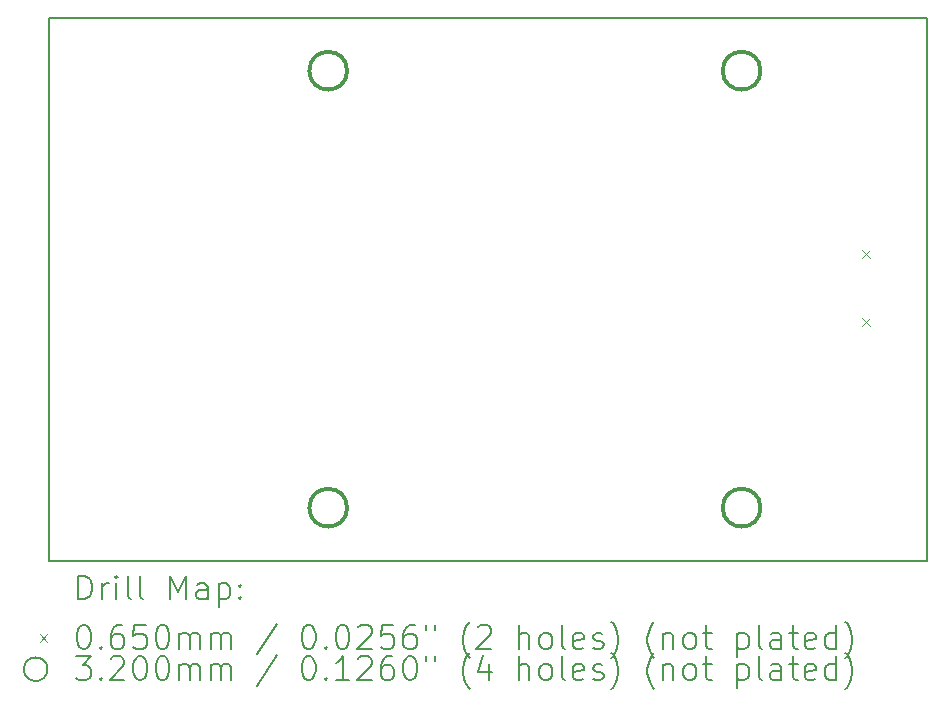
<source format=gbr>
%TF.GenerationSoftware,KiCad,Pcbnew,7.0.11+1*%
%TF.ProjectId,radwag_scale,72616477-6167-45f7-9363-616c652e6b69,rev?*%
%TF.SameCoordinates,Original*%
%TF.FileFunction,Drillmap*%
%TF.FilePolarity,Positive*%
%FSLAX45Y45*%
G04 Gerber Fmt 4.5, Leading zero omitted, Abs format (unit mm)*
%MOMM*%
%LPD*%
G01*
G04 APERTURE LIST*
%ADD10C,0.200000*%
%ADD11C,0.100000*%
%ADD12C,0.320000*%
G04 APERTURE END LIST*
D10*
X6633000Y-3556000D02*
X14071600Y-3556000D01*
X14071600Y-8153400D01*
X6633000Y-8153400D01*
X6633000Y-3556000D01*
D11*
X13523500Y-5518500D02*
X13588500Y-5583500D01*
X13588500Y-5518500D02*
X13523500Y-5583500D01*
X13523500Y-6096500D02*
X13588500Y-6161500D01*
X13588500Y-6096500D02*
X13523500Y-6161500D01*
D12*
X9160000Y-4000000D02*
G75*
G03*
X8840000Y-4000000I-160000J0D01*
G01*
X8840000Y-4000000D02*
G75*
G03*
X9160000Y-4000000I160000J0D01*
G01*
X9160000Y-7700000D02*
G75*
G03*
X8840000Y-7700000I-160000J0D01*
G01*
X8840000Y-7700000D02*
G75*
G03*
X9160000Y-7700000I160000J0D01*
G01*
X12660000Y-4000000D02*
G75*
G03*
X12340000Y-4000000I-160000J0D01*
G01*
X12340000Y-4000000D02*
G75*
G03*
X12660000Y-4000000I160000J0D01*
G01*
X12660000Y-7700000D02*
G75*
G03*
X12340000Y-7700000I-160000J0D01*
G01*
X12340000Y-7700000D02*
G75*
G03*
X12660000Y-7700000I160000J0D01*
G01*
D10*
X6883777Y-8474884D02*
X6883777Y-8274884D01*
X6883777Y-8274884D02*
X6931396Y-8274884D01*
X6931396Y-8274884D02*
X6959967Y-8284408D01*
X6959967Y-8284408D02*
X6979015Y-8303455D01*
X6979015Y-8303455D02*
X6988539Y-8322503D01*
X6988539Y-8322503D02*
X6998062Y-8360598D01*
X6998062Y-8360598D02*
X6998062Y-8389170D01*
X6998062Y-8389170D02*
X6988539Y-8427265D01*
X6988539Y-8427265D02*
X6979015Y-8446312D01*
X6979015Y-8446312D02*
X6959967Y-8465360D01*
X6959967Y-8465360D02*
X6931396Y-8474884D01*
X6931396Y-8474884D02*
X6883777Y-8474884D01*
X7083777Y-8474884D02*
X7083777Y-8341550D01*
X7083777Y-8379646D02*
X7093301Y-8360598D01*
X7093301Y-8360598D02*
X7102824Y-8351074D01*
X7102824Y-8351074D02*
X7121872Y-8341550D01*
X7121872Y-8341550D02*
X7140920Y-8341550D01*
X7207586Y-8474884D02*
X7207586Y-8341550D01*
X7207586Y-8274884D02*
X7198062Y-8284408D01*
X7198062Y-8284408D02*
X7207586Y-8293931D01*
X7207586Y-8293931D02*
X7217110Y-8284408D01*
X7217110Y-8284408D02*
X7207586Y-8274884D01*
X7207586Y-8274884D02*
X7207586Y-8293931D01*
X7331396Y-8474884D02*
X7312348Y-8465360D01*
X7312348Y-8465360D02*
X7302824Y-8446312D01*
X7302824Y-8446312D02*
X7302824Y-8274884D01*
X7436158Y-8474884D02*
X7417110Y-8465360D01*
X7417110Y-8465360D02*
X7407586Y-8446312D01*
X7407586Y-8446312D02*
X7407586Y-8274884D01*
X7664729Y-8474884D02*
X7664729Y-8274884D01*
X7664729Y-8274884D02*
X7731396Y-8417741D01*
X7731396Y-8417741D02*
X7798062Y-8274884D01*
X7798062Y-8274884D02*
X7798062Y-8474884D01*
X7979015Y-8474884D02*
X7979015Y-8370122D01*
X7979015Y-8370122D02*
X7969491Y-8351074D01*
X7969491Y-8351074D02*
X7950443Y-8341550D01*
X7950443Y-8341550D02*
X7912348Y-8341550D01*
X7912348Y-8341550D02*
X7893301Y-8351074D01*
X7979015Y-8465360D02*
X7959967Y-8474884D01*
X7959967Y-8474884D02*
X7912348Y-8474884D01*
X7912348Y-8474884D02*
X7893301Y-8465360D01*
X7893301Y-8465360D02*
X7883777Y-8446312D01*
X7883777Y-8446312D02*
X7883777Y-8427265D01*
X7883777Y-8427265D02*
X7893301Y-8408217D01*
X7893301Y-8408217D02*
X7912348Y-8398693D01*
X7912348Y-8398693D02*
X7959967Y-8398693D01*
X7959967Y-8398693D02*
X7979015Y-8389170D01*
X8074253Y-8341550D02*
X8074253Y-8541550D01*
X8074253Y-8351074D02*
X8093301Y-8341550D01*
X8093301Y-8341550D02*
X8131396Y-8341550D01*
X8131396Y-8341550D02*
X8150443Y-8351074D01*
X8150443Y-8351074D02*
X8159967Y-8360598D01*
X8159967Y-8360598D02*
X8169491Y-8379646D01*
X8169491Y-8379646D02*
X8169491Y-8436789D01*
X8169491Y-8436789D02*
X8159967Y-8455836D01*
X8159967Y-8455836D02*
X8150443Y-8465360D01*
X8150443Y-8465360D02*
X8131396Y-8474884D01*
X8131396Y-8474884D02*
X8093301Y-8474884D01*
X8093301Y-8474884D02*
X8074253Y-8465360D01*
X8255205Y-8455836D02*
X8264729Y-8465360D01*
X8264729Y-8465360D02*
X8255205Y-8474884D01*
X8255205Y-8474884D02*
X8245682Y-8465360D01*
X8245682Y-8465360D02*
X8255205Y-8455836D01*
X8255205Y-8455836D02*
X8255205Y-8474884D01*
X8255205Y-8351074D02*
X8264729Y-8360598D01*
X8264729Y-8360598D02*
X8255205Y-8370122D01*
X8255205Y-8370122D02*
X8245682Y-8360598D01*
X8245682Y-8360598D02*
X8255205Y-8351074D01*
X8255205Y-8351074D02*
X8255205Y-8370122D01*
D11*
X6558000Y-8770900D02*
X6623000Y-8835900D01*
X6623000Y-8770900D02*
X6558000Y-8835900D01*
D10*
X6921872Y-8694884D02*
X6940920Y-8694884D01*
X6940920Y-8694884D02*
X6959967Y-8704408D01*
X6959967Y-8704408D02*
X6969491Y-8713931D01*
X6969491Y-8713931D02*
X6979015Y-8732979D01*
X6979015Y-8732979D02*
X6988539Y-8771074D01*
X6988539Y-8771074D02*
X6988539Y-8818693D01*
X6988539Y-8818693D02*
X6979015Y-8856789D01*
X6979015Y-8856789D02*
X6969491Y-8875836D01*
X6969491Y-8875836D02*
X6959967Y-8885360D01*
X6959967Y-8885360D02*
X6940920Y-8894884D01*
X6940920Y-8894884D02*
X6921872Y-8894884D01*
X6921872Y-8894884D02*
X6902824Y-8885360D01*
X6902824Y-8885360D02*
X6893301Y-8875836D01*
X6893301Y-8875836D02*
X6883777Y-8856789D01*
X6883777Y-8856789D02*
X6874253Y-8818693D01*
X6874253Y-8818693D02*
X6874253Y-8771074D01*
X6874253Y-8771074D02*
X6883777Y-8732979D01*
X6883777Y-8732979D02*
X6893301Y-8713931D01*
X6893301Y-8713931D02*
X6902824Y-8704408D01*
X6902824Y-8704408D02*
X6921872Y-8694884D01*
X7074253Y-8875836D02*
X7083777Y-8885360D01*
X7083777Y-8885360D02*
X7074253Y-8894884D01*
X7074253Y-8894884D02*
X7064729Y-8885360D01*
X7064729Y-8885360D02*
X7074253Y-8875836D01*
X7074253Y-8875836D02*
X7074253Y-8894884D01*
X7255205Y-8694884D02*
X7217110Y-8694884D01*
X7217110Y-8694884D02*
X7198062Y-8704408D01*
X7198062Y-8704408D02*
X7188539Y-8713931D01*
X7188539Y-8713931D02*
X7169491Y-8742503D01*
X7169491Y-8742503D02*
X7159967Y-8780598D01*
X7159967Y-8780598D02*
X7159967Y-8856789D01*
X7159967Y-8856789D02*
X7169491Y-8875836D01*
X7169491Y-8875836D02*
X7179015Y-8885360D01*
X7179015Y-8885360D02*
X7198062Y-8894884D01*
X7198062Y-8894884D02*
X7236158Y-8894884D01*
X7236158Y-8894884D02*
X7255205Y-8885360D01*
X7255205Y-8885360D02*
X7264729Y-8875836D01*
X7264729Y-8875836D02*
X7274253Y-8856789D01*
X7274253Y-8856789D02*
X7274253Y-8809170D01*
X7274253Y-8809170D02*
X7264729Y-8790122D01*
X7264729Y-8790122D02*
X7255205Y-8780598D01*
X7255205Y-8780598D02*
X7236158Y-8771074D01*
X7236158Y-8771074D02*
X7198062Y-8771074D01*
X7198062Y-8771074D02*
X7179015Y-8780598D01*
X7179015Y-8780598D02*
X7169491Y-8790122D01*
X7169491Y-8790122D02*
X7159967Y-8809170D01*
X7455205Y-8694884D02*
X7359967Y-8694884D01*
X7359967Y-8694884D02*
X7350443Y-8790122D01*
X7350443Y-8790122D02*
X7359967Y-8780598D01*
X7359967Y-8780598D02*
X7379015Y-8771074D01*
X7379015Y-8771074D02*
X7426634Y-8771074D01*
X7426634Y-8771074D02*
X7445682Y-8780598D01*
X7445682Y-8780598D02*
X7455205Y-8790122D01*
X7455205Y-8790122D02*
X7464729Y-8809170D01*
X7464729Y-8809170D02*
X7464729Y-8856789D01*
X7464729Y-8856789D02*
X7455205Y-8875836D01*
X7455205Y-8875836D02*
X7445682Y-8885360D01*
X7445682Y-8885360D02*
X7426634Y-8894884D01*
X7426634Y-8894884D02*
X7379015Y-8894884D01*
X7379015Y-8894884D02*
X7359967Y-8885360D01*
X7359967Y-8885360D02*
X7350443Y-8875836D01*
X7588539Y-8694884D02*
X7607586Y-8694884D01*
X7607586Y-8694884D02*
X7626634Y-8704408D01*
X7626634Y-8704408D02*
X7636158Y-8713931D01*
X7636158Y-8713931D02*
X7645682Y-8732979D01*
X7645682Y-8732979D02*
X7655205Y-8771074D01*
X7655205Y-8771074D02*
X7655205Y-8818693D01*
X7655205Y-8818693D02*
X7645682Y-8856789D01*
X7645682Y-8856789D02*
X7636158Y-8875836D01*
X7636158Y-8875836D02*
X7626634Y-8885360D01*
X7626634Y-8885360D02*
X7607586Y-8894884D01*
X7607586Y-8894884D02*
X7588539Y-8894884D01*
X7588539Y-8894884D02*
X7569491Y-8885360D01*
X7569491Y-8885360D02*
X7559967Y-8875836D01*
X7559967Y-8875836D02*
X7550443Y-8856789D01*
X7550443Y-8856789D02*
X7540920Y-8818693D01*
X7540920Y-8818693D02*
X7540920Y-8771074D01*
X7540920Y-8771074D02*
X7550443Y-8732979D01*
X7550443Y-8732979D02*
X7559967Y-8713931D01*
X7559967Y-8713931D02*
X7569491Y-8704408D01*
X7569491Y-8704408D02*
X7588539Y-8694884D01*
X7740920Y-8894884D02*
X7740920Y-8761550D01*
X7740920Y-8780598D02*
X7750443Y-8771074D01*
X7750443Y-8771074D02*
X7769491Y-8761550D01*
X7769491Y-8761550D02*
X7798063Y-8761550D01*
X7798063Y-8761550D02*
X7817110Y-8771074D01*
X7817110Y-8771074D02*
X7826634Y-8790122D01*
X7826634Y-8790122D02*
X7826634Y-8894884D01*
X7826634Y-8790122D02*
X7836158Y-8771074D01*
X7836158Y-8771074D02*
X7855205Y-8761550D01*
X7855205Y-8761550D02*
X7883777Y-8761550D01*
X7883777Y-8761550D02*
X7902824Y-8771074D01*
X7902824Y-8771074D02*
X7912348Y-8790122D01*
X7912348Y-8790122D02*
X7912348Y-8894884D01*
X8007586Y-8894884D02*
X8007586Y-8761550D01*
X8007586Y-8780598D02*
X8017110Y-8771074D01*
X8017110Y-8771074D02*
X8036158Y-8761550D01*
X8036158Y-8761550D02*
X8064729Y-8761550D01*
X8064729Y-8761550D02*
X8083777Y-8771074D01*
X8083777Y-8771074D02*
X8093301Y-8790122D01*
X8093301Y-8790122D02*
X8093301Y-8894884D01*
X8093301Y-8790122D02*
X8102824Y-8771074D01*
X8102824Y-8771074D02*
X8121872Y-8761550D01*
X8121872Y-8761550D02*
X8150443Y-8761550D01*
X8150443Y-8761550D02*
X8169491Y-8771074D01*
X8169491Y-8771074D02*
X8179015Y-8790122D01*
X8179015Y-8790122D02*
X8179015Y-8894884D01*
X8569491Y-8685360D02*
X8398063Y-8942503D01*
X8826634Y-8694884D02*
X8845682Y-8694884D01*
X8845682Y-8694884D02*
X8864729Y-8704408D01*
X8864729Y-8704408D02*
X8874253Y-8713931D01*
X8874253Y-8713931D02*
X8883777Y-8732979D01*
X8883777Y-8732979D02*
X8893301Y-8771074D01*
X8893301Y-8771074D02*
X8893301Y-8818693D01*
X8893301Y-8818693D02*
X8883777Y-8856789D01*
X8883777Y-8856789D02*
X8874253Y-8875836D01*
X8874253Y-8875836D02*
X8864729Y-8885360D01*
X8864729Y-8885360D02*
X8845682Y-8894884D01*
X8845682Y-8894884D02*
X8826634Y-8894884D01*
X8826634Y-8894884D02*
X8807587Y-8885360D01*
X8807587Y-8885360D02*
X8798063Y-8875836D01*
X8798063Y-8875836D02*
X8788539Y-8856789D01*
X8788539Y-8856789D02*
X8779015Y-8818693D01*
X8779015Y-8818693D02*
X8779015Y-8771074D01*
X8779015Y-8771074D02*
X8788539Y-8732979D01*
X8788539Y-8732979D02*
X8798063Y-8713931D01*
X8798063Y-8713931D02*
X8807587Y-8704408D01*
X8807587Y-8704408D02*
X8826634Y-8694884D01*
X8979015Y-8875836D02*
X8988539Y-8885360D01*
X8988539Y-8885360D02*
X8979015Y-8894884D01*
X8979015Y-8894884D02*
X8969491Y-8885360D01*
X8969491Y-8885360D02*
X8979015Y-8875836D01*
X8979015Y-8875836D02*
X8979015Y-8894884D01*
X9112348Y-8694884D02*
X9131396Y-8694884D01*
X9131396Y-8694884D02*
X9150444Y-8704408D01*
X9150444Y-8704408D02*
X9159968Y-8713931D01*
X9159968Y-8713931D02*
X9169491Y-8732979D01*
X9169491Y-8732979D02*
X9179015Y-8771074D01*
X9179015Y-8771074D02*
X9179015Y-8818693D01*
X9179015Y-8818693D02*
X9169491Y-8856789D01*
X9169491Y-8856789D02*
X9159968Y-8875836D01*
X9159968Y-8875836D02*
X9150444Y-8885360D01*
X9150444Y-8885360D02*
X9131396Y-8894884D01*
X9131396Y-8894884D02*
X9112348Y-8894884D01*
X9112348Y-8894884D02*
X9093301Y-8885360D01*
X9093301Y-8885360D02*
X9083777Y-8875836D01*
X9083777Y-8875836D02*
X9074253Y-8856789D01*
X9074253Y-8856789D02*
X9064729Y-8818693D01*
X9064729Y-8818693D02*
X9064729Y-8771074D01*
X9064729Y-8771074D02*
X9074253Y-8732979D01*
X9074253Y-8732979D02*
X9083777Y-8713931D01*
X9083777Y-8713931D02*
X9093301Y-8704408D01*
X9093301Y-8704408D02*
X9112348Y-8694884D01*
X9255206Y-8713931D02*
X9264729Y-8704408D01*
X9264729Y-8704408D02*
X9283777Y-8694884D01*
X9283777Y-8694884D02*
X9331396Y-8694884D01*
X9331396Y-8694884D02*
X9350444Y-8704408D01*
X9350444Y-8704408D02*
X9359968Y-8713931D01*
X9359968Y-8713931D02*
X9369491Y-8732979D01*
X9369491Y-8732979D02*
X9369491Y-8752027D01*
X9369491Y-8752027D02*
X9359968Y-8780598D01*
X9359968Y-8780598D02*
X9245682Y-8894884D01*
X9245682Y-8894884D02*
X9369491Y-8894884D01*
X9550444Y-8694884D02*
X9455206Y-8694884D01*
X9455206Y-8694884D02*
X9445682Y-8790122D01*
X9445682Y-8790122D02*
X9455206Y-8780598D01*
X9455206Y-8780598D02*
X9474253Y-8771074D01*
X9474253Y-8771074D02*
X9521872Y-8771074D01*
X9521872Y-8771074D02*
X9540920Y-8780598D01*
X9540920Y-8780598D02*
X9550444Y-8790122D01*
X9550444Y-8790122D02*
X9559968Y-8809170D01*
X9559968Y-8809170D02*
X9559968Y-8856789D01*
X9559968Y-8856789D02*
X9550444Y-8875836D01*
X9550444Y-8875836D02*
X9540920Y-8885360D01*
X9540920Y-8885360D02*
X9521872Y-8894884D01*
X9521872Y-8894884D02*
X9474253Y-8894884D01*
X9474253Y-8894884D02*
X9455206Y-8885360D01*
X9455206Y-8885360D02*
X9445682Y-8875836D01*
X9731396Y-8694884D02*
X9693301Y-8694884D01*
X9693301Y-8694884D02*
X9674253Y-8704408D01*
X9674253Y-8704408D02*
X9664729Y-8713931D01*
X9664729Y-8713931D02*
X9645682Y-8742503D01*
X9645682Y-8742503D02*
X9636158Y-8780598D01*
X9636158Y-8780598D02*
X9636158Y-8856789D01*
X9636158Y-8856789D02*
X9645682Y-8875836D01*
X9645682Y-8875836D02*
X9655206Y-8885360D01*
X9655206Y-8885360D02*
X9674253Y-8894884D01*
X9674253Y-8894884D02*
X9712349Y-8894884D01*
X9712349Y-8894884D02*
X9731396Y-8885360D01*
X9731396Y-8885360D02*
X9740920Y-8875836D01*
X9740920Y-8875836D02*
X9750444Y-8856789D01*
X9750444Y-8856789D02*
X9750444Y-8809170D01*
X9750444Y-8809170D02*
X9740920Y-8790122D01*
X9740920Y-8790122D02*
X9731396Y-8780598D01*
X9731396Y-8780598D02*
X9712349Y-8771074D01*
X9712349Y-8771074D02*
X9674253Y-8771074D01*
X9674253Y-8771074D02*
X9655206Y-8780598D01*
X9655206Y-8780598D02*
X9645682Y-8790122D01*
X9645682Y-8790122D02*
X9636158Y-8809170D01*
X9826634Y-8694884D02*
X9826634Y-8732979D01*
X9902825Y-8694884D02*
X9902825Y-8732979D01*
X10198063Y-8971074D02*
X10188539Y-8961550D01*
X10188539Y-8961550D02*
X10169491Y-8932979D01*
X10169491Y-8932979D02*
X10159968Y-8913931D01*
X10159968Y-8913931D02*
X10150444Y-8885360D01*
X10150444Y-8885360D02*
X10140920Y-8837741D01*
X10140920Y-8837741D02*
X10140920Y-8799646D01*
X10140920Y-8799646D02*
X10150444Y-8752027D01*
X10150444Y-8752027D02*
X10159968Y-8723455D01*
X10159968Y-8723455D02*
X10169491Y-8704408D01*
X10169491Y-8704408D02*
X10188539Y-8675836D01*
X10188539Y-8675836D02*
X10198063Y-8666312D01*
X10264730Y-8713931D02*
X10274253Y-8704408D01*
X10274253Y-8704408D02*
X10293301Y-8694884D01*
X10293301Y-8694884D02*
X10340920Y-8694884D01*
X10340920Y-8694884D02*
X10359968Y-8704408D01*
X10359968Y-8704408D02*
X10369491Y-8713931D01*
X10369491Y-8713931D02*
X10379015Y-8732979D01*
X10379015Y-8732979D02*
X10379015Y-8752027D01*
X10379015Y-8752027D02*
X10369491Y-8780598D01*
X10369491Y-8780598D02*
X10255206Y-8894884D01*
X10255206Y-8894884D02*
X10379015Y-8894884D01*
X10617111Y-8894884D02*
X10617111Y-8694884D01*
X10702825Y-8894884D02*
X10702825Y-8790122D01*
X10702825Y-8790122D02*
X10693301Y-8771074D01*
X10693301Y-8771074D02*
X10674253Y-8761550D01*
X10674253Y-8761550D02*
X10645682Y-8761550D01*
X10645682Y-8761550D02*
X10626634Y-8771074D01*
X10626634Y-8771074D02*
X10617111Y-8780598D01*
X10826634Y-8894884D02*
X10807587Y-8885360D01*
X10807587Y-8885360D02*
X10798063Y-8875836D01*
X10798063Y-8875836D02*
X10788539Y-8856789D01*
X10788539Y-8856789D02*
X10788539Y-8799646D01*
X10788539Y-8799646D02*
X10798063Y-8780598D01*
X10798063Y-8780598D02*
X10807587Y-8771074D01*
X10807587Y-8771074D02*
X10826634Y-8761550D01*
X10826634Y-8761550D02*
X10855206Y-8761550D01*
X10855206Y-8761550D02*
X10874253Y-8771074D01*
X10874253Y-8771074D02*
X10883777Y-8780598D01*
X10883777Y-8780598D02*
X10893301Y-8799646D01*
X10893301Y-8799646D02*
X10893301Y-8856789D01*
X10893301Y-8856789D02*
X10883777Y-8875836D01*
X10883777Y-8875836D02*
X10874253Y-8885360D01*
X10874253Y-8885360D02*
X10855206Y-8894884D01*
X10855206Y-8894884D02*
X10826634Y-8894884D01*
X11007587Y-8894884D02*
X10988539Y-8885360D01*
X10988539Y-8885360D02*
X10979015Y-8866312D01*
X10979015Y-8866312D02*
X10979015Y-8694884D01*
X11159968Y-8885360D02*
X11140920Y-8894884D01*
X11140920Y-8894884D02*
X11102825Y-8894884D01*
X11102825Y-8894884D02*
X11083777Y-8885360D01*
X11083777Y-8885360D02*
X11074253Y-8866312D01*
X11074253Y-8866312D02*
X11074253Y-8790122D01*
X11074253Y-8790122D02*
X11083777Y-8771074D01*
X11083777Y-8771074D02*
X11102825Y-8761550D01*
X11102825Y-8761550D02*
X11140920Y-8761550D01*
X11140920Y-8761550D02*
X11159968Y-8771074D01*
X11159968Y-8771074D02*
X11169492Y-8790122D01*
X11169492Y-8790122D02*
X11169492Y-8809170D01*
X11169492Y-8809170D02*
X11074253Y-8828217D01*
X11245682Y-8885360D02*
X11264730Y-8894884D01*
X11264730Y-8894884D02*
X11302825Y-8894884D01*
X11302825Y-8894884D02*
X11321872Y-8885360D01*
X11321872Y-8885360D02*
X11331396Y-8866312D01*
X11331396Y-8866312D02*
X11331396Y-8856789D01*
X11331396Y-8856789D02*
X11321872Y-8837741D01*
X11321872Y-8837741D02*
X11302825Y-8828217D01*
X11302825Y-8828217D02*
X11274253Y-8828217D01*
X11274253Y-8828217D02*
X11255206Y-8818693D01*
X11255206Y-8818693D02*
X11245682Y-8799646D01*
X11245682Y-8799646D02*
X11245682Y-8790122D01*
X11245682Y-8790122D02*
X11255206Y-8771074D01*
X11255206Y-8771074D02*
X11274253Y-8761550D01*
X11274253Y-8761550D02*
X11302825Y-8761550D01*
X11302825Y-8761550D02*
X11321872Y-8771074D01*
X11398063Y-8971074D02*
X11407587Y-8961550D01*
X11407587Y-8961550D02*
X11426634Y-8932979D01*
X11426634Y-8932979D02*
X11436158Y-8913931D01*
X11436158Y-8913931D02*
X11445682Y-8885360D01*
X11445682Y-8885360D02*
X11455206Y-8837741D01*
X11455206Y-8837741D02*
X11455206Y-8799646D01*
X11455206Y-8799646D02*
X11445682Y-8752027D01*
X11445682Y-8752027D02*
X11436158Y-8723455D01*
X11436158Y-8723455D02*
X11426634Y-8704408D01*
X11426634Y-8704408D02*
X11407587Y-8675836D01*
X11407587Y-8675836D02*
X11398063Y-8666312D01*
X11759968Y-8971074D02*
X11750444Y-8961550D01*
X11750444Y-8961550D02*
X11731396Y-8932979D01*
X11731396Y-8932979D02*
X11721872Y-8913931D01*
X11721872Y-8913931D02*
X11712349Y-8885360D01*
X11712349Y-8885360D02*
X11702825Y-8837741D01*
X11702825Y-8837741D02*
X11702825Y-8799646D01*
X11702825Y-8799646D02*
X11712349Y-8752027D01*
X11712349Y-8752027D02*
X11721872Y-8723455D01*
X11721872Y-8723455D02*
X11731396Y-8704408D01*
X11731396Y-8704408D02*
X11750444Y-8675836D01*
X11750444Y-8675836D02*
X11759968Y-8666312D01*
X11836158Y-8761550D02*
X11836158Y-8894884D01*
X11836158Y-8780598D02*
X11845682Y-8771074D01*
X11845682Y-8771074D02*
X11864730Y-8761550D01*
X11864730Y-8761550D02*
X11893301Y-8761550D01*
X11893301Y-8761550D02*
X11912349Y-8771074D01*
X11912349Y-8771074D02*
X11921872Y-8790122D01*
X11921872Y-8790122D02*
X11921872Y-8894884D01*
X12045682Y-8894884D02*
X12026634Y-8885360D01*
X12026634Y-8885360D02*
X12017111Y-8875836D01*
X12017111Y-8875836D02*
X12007587Y-8856789D01*
X12007587Y-8856789D02*
X12007587Y-8799646D01*
X12007587Y-8799646D02*
X12017111Y-8780598D01*
X12017111Y-8780598D02*
X12026634Y-8771074D01*
X12026634Y-8771074D02*
X12045682Y-8761550D01*
X12045682Y-8761550D02*
X12074253Y-8761550D01*
X12074253Y-8761550D02*
X12093301Y-8771074D01*
X12093301Y-8771074D02*
X12102825Y-8780598D01*
X12102825Y-8780598D02*
X12112349Y-8799646D01*
X12112349Y-8799646D02*
X12112349Y-8856789D01*
X12112349Y-8856789D02*
X12102825Y-8875836D01*
X12102825Y-8875836D02*
X12093301Y-8885360D01*
X12093301Y-8885360D02*
X12074253Y-8894884D01*
X12074253Y-8894884D02*
X12045682Y-8894884D01*
X12169492Y-8761550D02*
X12245682Y-8761550D01*
X12198063Y-8694884D02*
X12198063Y-8866312D01*
X12198063Y-8866312D02*
X12207587Y-8885360D01*
X12207587Y-8885360D02*
X12226634Y-8894884D01*
X12226634Y-8894884D02*
X12245682Y-8894884D01*
X12464730Y-8761550D02*
X12464730Y-8961550D01*
X12464730Y-8771074D02*
X12483777Y-8761550D01*
X12483777Y-8761550D02*
X12521873Y-8761550D01*
X12521873Y-8761550D02*
X12540920Y-8771074D01*
X12540920Y-8771074D02*
X12550444Y-8780598D01*
X12550444Y-8780598D02*
X12559968Y-8799646D01*
X12559968Y-8799646D02*
X12559968Y-8856789D01*
X12559968Y-8856789D02*
X12550444Y-8875836D01*
X12550444Y-8875836D02*
X12540920Y-8885360D01*
X12540920Y-8885360D02*
X12521873Y-8894884D01*
X12521873Y-8894884D02*
X12483777Y-8894884D01*
X12483777Y-8894884D02*
X12464730Y-8885360D01*
X12674253Y-8894884D02*
X12655206Y-8885360D01*
X12655206Y-8885360D02*
X12645682Y-8866312D01*
X12645682Y-8866312D02*
X12645682Y-8694884D01*
X12836158Y-8894884D02*
X12836158Y-8790122D01*
X12836158Y-8790122D02*
X12826634Y-8771074D01*
X12826634Y-8771074D02*
X12807587Y-8761550D01*
X12807587Y-8761550D02*
X12769492Y-8761550D01*
X12769492Y-8761550D02*
X12750444Y-8771074D01*
X12836158Y-8885360D02*
X12817111Y-8894884D01*
X12817111Y-8894884D02*
X12769492Y-8894884D01*
X12769492Y-8894884D02*
X12750444Y-8885360D01*
X12750444Y-8885360D02*
X12740920Y-8866312D01*
X12740920Y-8866312D02*
X12740920Y-8847265D01*
X12740920Y-8847265D02*
X12750444Y-8828217D01*
X12750444Y-8828217D02*
X12769492Y-8818693D01*
X12769492Y-8818693D02*
X12817111Y-8818693D01*
X12817111Y-8818693D02*
X12836158Y-8809170D01*
X12902825Y-8761550D02*
X12979015Y-8761550D01*
X12931396Y-8694884D02*
X12931396Y-8866312D01*
X12931396Y-8866312D02*
X12940920Y-8885360D01*
X12940920Y-8885360D02*
X12959968Y-8894884D01*
X12959968Y-8894884D02*
X12979015Y-8894884D01*
X13121873Y-8885360D02*
X13102825Y-8894884D01*
X13102825Y-8894884D02*
X13064730Y-8894884D01*
X13064730Y-8894884D02*
X13045682Y-8885360D01*
X13045682Y-8885360D02*
X13036158Y-8866312D01*
X13036158Y-8866312D02*
X13036158Y-8790122D01*
X13036158Y-8790122D02*
X13045682Y-8771074D01*
X13045682Y-8771074D02*
X13064730Y-8761550D01*
X13064730Y-8761550D02*
X13102825Y-8761550D01*
X13102825Y-8761550D02*
X13121873Y-8771074D01*
X13121873Y-8771074D02*
X13131396Y-8790122D01*
X13131396Y-8790122D02*
X13131396Y-8809170D01*
X13131396Y-8809170D02*
X13036158Y-8828217D01*
X13302825Y-8894884D02*
X13302825Y-8694884D01*
X13302825Y-8885360D02*
X13283777Y-8894884D01*
X13283777Y-8894884D02*
X13245682Y-8894884D01*
X13245682Y-8894884D02*
X13226634Y-8885360D01*
X13226634Y-8885360D02*
X13217111Y-8875836D01*
X13217111Y-8875836D02*
X13207587Y-8856789D01*
X13207587Y-8856789D02*
X13207587Y-8799646D01*
X13207587Y-8799646D02*
X13217111Y-8780598D01*
X13217111Y-8780598D02*
X13226634Y-8771074D01*
X13226634Y-8771074D02*
X13245682Y-8761550D01*
X13245682Y-8761550D02*
X13283777Y-8761550D01*
X13283777Y-8761550D02*
X13302825Y-8771074D01*
X13379015Y-8971074D02*
X13388539Y-8961550D01*
X13388539Y-8961550D02*
X13407587Y-8932979D01*
X13407587Y-8932979D02*
X13417111Y-8913931D01*
X13417111Y-8913931D02*
X13426634Y-8885360D01*
X13426634Y-8885360D02*
X13436158Y-8837741D01*
X13436158Y-8837741D02*
X13436158Y-8799646D01*
X13436158Y-8799646D02*
X13426634Y-8752027D01*
X13426634Y-8752027D02*
X13417111Y-8723455D01*
X13417111Y-8723455D02*
X13407587Y-8704408D01*
X13407587Y-8704408D02*
X13388539Y-8675836D01*
X13388539Y-8675836D02*
X13379015Y-8666312D01*
X6623000Y-9067400D02*
G75*
G03*
X6423000Y-9067400I-100000J0D01*
G01*
X6423000Y-9067400D02*
G75*
G03*
X6623000Y-9067400I100000J0D01*
G01*
X6864729Y-8958884D02*
X6988539Y-8958884D01*
X6988539Y-8958884D02*
X6921872Y-9035074D01*
X6921872Y-9035074D02*
X6950443Y-9035074D01*
X6950443Y-9035074D02*
X6969491Y-9044598D01*
X6969491Y-9044598D02*
X6979015Y-9054122D01*
X6979015Y-9054122D02*
X6988539Y-9073170D01*
X6988539Y-9073170D02*
X6988539Y-9120789D01*
X6988539Y-9120789D02*
X6979015Y-9139836D01*
X6979015Y-9139836D02*
X6969491Y-9149360D01*
X6969491Y-9149360D02*
X6950443Y-9158884D01*
X6950443Y-9158884D02*
X6893301Y-9158884D01*
X6893301Y-9158884D02*
X6874253Y-9149360D01*
X6874253Y-9149360D02*
X6864729Y-9139836D01*
X7074253Y-9139836D02*
X7083777Y-9149360D01*
X7083777Y-9149360D02*
X7074253Y-9158884D01*
X7074253Y-9158884D02*
X7064729Y-9149360D01*
X7064729Y-9149360D02*
X7074253Y-9139836D01*
X7074253Y-9139836D02*
X7074253Y-9158884D01*
X7159967Y-8977931D02*
X7169491Y-8968408D01*
X7169491Y-8968408D02*
X7188539Y-8958884D01*
X7188539Y-8958884D02*
X7236158Y-8958884D01*
X7236158Y-8958884D02*
X7255205Y-8968408D01*
X7255205Y-8968408D02*
X7264729Y-8977931D01*
X7264729Y-8977931D02*
X7274253Y-8996979D01*
X7274253Y-8996979D02*
X7274253Y-9016027D01*
X7274253Y-9016027D02*
X7264729Y-9044598D01*
X7264729Y-9044598D02*
X7150443Y-9158884D01*
X7150443Y-9158884D02*
X7274253Y-9158884D01*
X7398062Y-8958884D02*
X7417110Y-8958884D01*
X7417110Y-8958884D02*
X7436158Y-8968408D01*
X7436158Y-8968408D02*
X7445682Y-8977931D01*
X7445682Y-8977931D02*
X7455205Y-8996979D01*
X7455205Y-8996979D02*
X7464729Y-9035074D01*
X7464729Y-9035074D02*
X7464729Y-9082693D01*
X7464729Y-9082693D02*
X7455205Y-9120789D01*
X7455205Y-9120789D02*
X7445682Y-9139836D01*
X7445682Y-9139836D02*
X7436158Y-9149360D01*
X7436158Y-9149360D02*
X7417110Y-9158884D01*
X7417110Y-9158884D02*
X7398062Y-9158884D01*
X7398062Y-9158884D02*
X7379015Y-9149360D01*
X7379015Y-9149360D02*
X7369491Y-9139836D01*
X7369491Y-9139836D02*
X7359967Y-9120789D01*
X7359967Y-9120789D02*
X7350443Y-9082693D01*
X7350443Y-9082693D02*
X7350443Y-9035074D01*
X7350443Y-9035074D02*
X7359967Y-8996979D01*
X7359967Y-8996979D02*
X7369491Y-8977931D01*
X7369491Y-8977931D02*
X7379015Y-8968408D01*
X7379015Y-8968408D02*
X7398062Y-8958884D01*
X7588539Y-8958884D02*
X7607586Y-8958884D01*
X7607586Y-8958884D02*
X7626634Y-8968408D01*
X7626634Y-8968408D02*
X7636158Y-8977931D01*
X7636158Y-8977931D02*
X7645682Y-8996979D01*
X7645682Y-8996979D02*
X7655205Y-9035074D01*
X7655205Y-9035074D02*
X7655205Y-9082693D01*
X7655205Y-9082693D02*
X7645682Y-9120789D01*
X7645682Y-9120789D02*
X7636158Y-9139836D01*
X7636158Y-9139836D02*
X7626634Y-9149360D01*
X7626634Y-9149360D02*
X7607586Y-9158884D01*
X7607586Y-9158884D02*
X7588539Y-9158884D01*
X7588539Y-9158884D02*
X7569491Y-9149360D01*
X7569491Y-9149360D02*
X7559967Y-9139836D01*
X7559967Y-9139836D02*
X7550443Y-9120789D01*
X7550443Y-9120789D02*
X7540920Y-9082693D01*
X7540920Y-9082693D02*
X7540920Y-9035074D01*
X7540920Y-9035074D02*
X7550443Y-8996979D01*
X7550443Y-8996979D02*
X7559967Y-8977931D01*
X7559967Y-8977931D02*
X7569491Y-8968408D01*
X7569491Y-8968408D02*
X7588539Y-8958884D01*
X7740920Y-9158884D02*
X7740920Y-9025550D01*
X7740920Y-9044598D02*
X7750443Y-9035074D01*
X7750443Y-9035074D02*
X7769491Y-9025550D01*
X7769491Y-9025550D02*
X7798063Y-9025550D01*
X7798063Y-9025550D02*
X7817110Y-9035074D01*
X7817110Y-9035074D02*
X7826634Y-9054122D01*
X7826634Y-9054122D02*
X7826634Y-9158884D01*
X7826634Y-9054122D02*
X7836158Y-9035074D01*
X7836158Y-9035074D02*
X7855205Y-9025550D01*
X7855205Y-9025550D02*
X7883777Y-9025550D01*
X7883777Y-9025550D02*
X7902824Y-9035074D01*
X7902824Y-9035074D02*
X7912348Y-9054122D01*
X7912348Y-9054122D02*
X7912348Y-9158884D01*
X8007586Y-9158884D02*
X8007586Y-9025550D01*
X8007586Y-9044598D02*
X8017110Y-9035074D01*
X8017110Y-9035074D02*
X8036158Y-9025550D01*
X8036158Y-9025550D02*
X8064729Y-9025550D01*
X8064729Y-9025550D02*
X8083777Y-9035074D01*
X8083777Y-9035074D02*
X8093301Y-9054122D01*
X8093301Y-9054122D02*
X8093301Y-9158884D01*
X8093301Y-9054122D02*
X8102824Y-9035074D01*
X8102824Y-9035074D02*
X8121872Y-9025550D01*
X8121872Y-9025550D02*
X8150443Y-9025550D01*
X8150443Y-9025550D02*
X8169491Y-9035074D01*
X8169491Y-9035074D02*
X8179015Y-9054122D01*
X8179015Y-9054122D02*
X8179015Y-9158884D01*
X8569491Y-8949360D02*
X8398063Y-9206503D01*
X8826634Y-8958884D02*
X8845682Y-8958884D01*
X8845682Y-8958884D02*
X8864729Y-8968408D01*
X8864729Y-8968408D02*
X8874253Y-8977931D01*
X8874253Y-8977931D02*
X8883777Y-8996979D01*
X8883777Y-8996979D02*
X8893301Y-9035074D01*
X8893301Y-9035074D02*
X8893301Y-9082693D01*
X8893301Y-9082693D02*
X8883777Y-9120789D01*
X8883777Y-9120789D02*
X8874253Y-9139836D01*
X8874253Y-9139836D02*
X8864729Y-9149360D01*
X8864729Y-9149360D02*
X8845682Y-9158884D01*
X8845682Y-9158884D02*
X8826634Y-9158884D01*
X8826634Y-9158884D02*
X8807587Y-9149360D01*
X8807587Y-9149360D02*
X8798063Y-9139836D01*
X8798063Y-9139836D02*
X8788539Y-9120789D01*
X8788539Y-9120789D02*
X8779015Y-9082693D01*
X8779015Y-9082693D02*
X8779015Y-9035074D01*
X8779015Y-9035074D02*
X8788539Y-8996979D01*
X8788539Y-8996979D02*
X8798063Y-8977931D01*
X8798063Y-8977931D02*
X8807587Y-8968408D01*
X8807587Y-8968408D02*
X8826634Y-8958884D01*
X8979015Y-9139836D02*
X8988539Y-9149360D01*
X8988539Y-9149360D02*
X8979015Y-9158884D01*
X8979015Y-9158884D02*
X8969491Y-9149360D01*
X8969491Y-9149360D02*
X8979015Y-9139836D01*
X8979015Y-9139836D02*
X8979015Y-9158884D01*
X9179015Y-9158884D02*
X9064729Y-9158884D01*
X9121872Y-9158884D02*
X9121872Y-8958884D01*
X9121872Y-8958884D02*
X9102825Y-8987455D01*
X9102825Y-8987455D02*
X9083777Y-9006503D01*
X9083777Y-9006503D02*
X9064729Y-9016027D01*
X9255206Y-8977931D02*
X9264729Y-8968408D01*
X9264729Y-8968408D02*
X9283777Y-8958884D01*
X9283777Y-8958884D02*
X9331396Y-8958884D01*
X9331396Y-8958884D02*
X9350444Y-8968408D01*
X9350444Y-8968408D02*
X9359968Y-8977931D01*
X9359968Y-8977931D02*
X9369491Y-8996979D01*
X9369491Y-8996979D02*
X9369491Y-9016027D01*
X9369491Y-9016027D02*
X9359968Y-9044598D01*
X9359968Y-9044598D02*
X9245682Y-9158884D01*
X9245682Y-9158884D02*
X9369491Y-9158884D01*
X9540920Y-8958884D02*
X9502825Y-8958884D01*
X9502825Y-8958884D02*
X9483777Y-8968408D01*
X9483777Y-8968408D02*
X9474253Y-8977931D01*
X9474253Y-8977931D02*
X9455206Y-9006503D01*
X9455206Y-9006503D02*
X9445682Y-9044598D01*
X9445682Y-9044598D02*
X9445682Y-9120789D01*
X9445682Y-9120789D02*
X9455206Y-9139836D01*
X9455206Y-9139836D02*
X9464729Y-9149360D01*
X9464729Y-9149360D02*
X9483777Y-9158884D01*
X9483777Y-9158884D02*
X9521872Y-9158884D01*
X9521872Y-9158884D02*
X9540920Y-9149360D01*
X9540920Y-9149360D02*
X9550444Y-9139836D01*
X9550444Y-9139836D02*
X9559968Y-9120789D01*
X9559968Y-9120789D02*
X9559968Y-9073170D01*
X9559968Y-9073170D02*
X9550444Y-9054122D01*
X9550444Y-9054122D02*
X9540920Y-9044598D01*
X9540920Y-9044598D02*
X9521872Y-9035074D01*
X9521872Y-9035074D02*
X9483777Y-9035074D01*
X9483777Y-9035074D02*
X9464729Y-9044598D01*
X9464729Y-9044598D02*
X9455206Y-9054122D01*
X9455206Y-9054122D02*
X9445682Y-9073170D01*
X9683777Y-8958884D02*
X9702825Y-8958884D01*
X9702825Y-8958884D02*
X9721872Y-8968408D01*
X9721872Y-8968408D02*
X9731396Y-8977931D01*
X9731396Y-8977931D02*
X9740920Y-8996979D01*
X9740920Y-8996979D02*
X9750444Y-9035074D01*
X9750444Y-9035074D02*
X9750444Y-9082693D01*
X9750444Y-9082693D02*
X9740920Y-9120789D01*
X9740920Y-9120789D02*
X9731396Y-9139836D01*
X9731396Y-9139836D02*
X9721872Y-9149360D01*
X9721872Y-9149360D02*
X9702825Y-9158884D01*
X9702825Y-9158884D02*
X9683777Y-9158884D01*
X9683777Y-9158884D02*
X9664729Y-9149360D01*
X9664729Y-9149360D02*
X9655206Y-9139836D01*
X9655206Y-9139836D02*
X9645682Y-9120789D01*
X9645682Y-9120789D02*
X9636158Y-9082693D01*
X9636158Y-9082693D02*
X9636158Y-9035074D01*
X9636158Y-9035074D02*
X9645682Y-8996979D01*
X9645682Y-8996979D02*
X9655206Y-8977931D01*
X9655206Y-8977931D02*
X9664729Y-8968408D01*
X9664729Y-8968408D02*
X9683777Y-8958884D01*
X9826634Y-8958884D02*
X9826634Y-8996979D01*
X9902825Y-8958884D02*
X9902825Y-8996979D01*
X10198063Y-9235074D02*
X10188539Y-9225550D01*
X10188539Y-9225550D02*
X10169491Y-9196979D01*
X10169491Y-9196979D02*
X10159968Y-9177931D01*
X10159968Y-9177931D02*
X10150444Y-9149360D01*
X10150444Y-9149360D02*
X10140920Y-9101741D01*
X10140920Y-9101741D02*
X10140920Y-9063646D01*
X10140920Y-9063646D02*
X10150444Y-9016027D01*
X10150444Y-9016027D02*
X10159968Y-8987455D01*
X10159968Y-8987455D02*
X10169491Y-8968408D01*
X10169491Y-8968408D02*
X10188539Y-8939836D01*
X10188539Y-8939836D02*
X10198063Y-8930312D01*
X10359968Y-9025550D02*
X10359968Y-9158884D01*
X10312349Y-8949360D02*
X10264730Y-9092217D01*
X10264730Y-9092217D02*
X10388539Y-9092217D01*
X10617111Y-9158884D02*
X10617111Y-8958884D01*
X10702825Y-9158884D02*
X10702825Y-9054122D01*
X10702825Y-9054122D02*
X10693301Y-9035074D01*
X10693301Y-9035074D02*
X10674253Y-9025550D01*
X10674253Y-9025550D02*
X10645682Y-9025550D01*
X10645682Y-9025550D02*
X10626634Y-9035074D01*
X10626634Y-9035074D02*
X10617111Y-9044598D01*
X10826634Y-9158884D02*
X10807587Y-9149360D01*
X10807587Y-9149360D02*
X10798063Y-9139836D01*
X10798063Y-9139836D02*
X10788539Y-9120789D01*
X10788539Y-9120789D02*
X10788539Y-9063646D01*
X10788539Y-9063646D02*
X10798063Y-9044598D01*
X10798063Y-9044598D02*
X10807587Y-9035074D01*
X10807587Y-9035074D02*
X10826634Y-9025550D01*
X10826634Y-9025550D02*
X10855206Y-9025550D01*
X10855206Y-9025550D02*
X10874253Y-9035074D01*
X10874253Y-9035074D02*
X10883777Y-9044598D01*
X10883777Y-9044598D02*
X10893301Y-9063646D01*
X10893301Y-9063646D02*
X10893301Y-9120789D01*
X10893301Y-9120789D02*
X10883777Y-9139836D01*
X10883777Y-9139836D02*
X10874253Y-9149360D01*
X10874253Y-9149360D02*
X10855206Y-9158884D01*
X10855206Y-9158884D02*
X10826634Y-9158884D01*
X11007587Y-9158884D02*
X10988539Y-9149360D01*
X10988539Y-9149360D02*
X10979015Y-9130312D01*
X10979015Y-9130312D02*
X10979015Y-8958884D01*
X11159968Y-9149360D02*
X11140920Y-9158884D01*
X11140920Y-9158884D02*
X11102825Y-9158884D01*
X11102825Y-9158884D02*
X11083777Y-9149360D01*
X11083777Y-9149360D02*
X11074253Y-9130312D01*
X11074253Y-9130312D02*
X11074253Y-9054122D01*
X11074253Y-9054122D02*
X11083777Y-9035074D01*
X11083777Y-9035074D02*
X11102825Y-9025550D01*
X11102825Y-9025550D02*
X11140920Y-9025550D01*
X11140920Y-9025550D02*
X11159968Y-9035074D01*
X11159968Y-9035074D02*
X11169492Y-9054122D01*
X11169492Y-9054122D02*
X11169492Y-9073170D01*
X11169492Y-9073170D02*
X11074253Y-9092217D01*
X11245682Y-9149360D02*
X11264730Y-9158884D01*
X11264730Y-9158884D02*
X11302825Y-9158884D01*
X11302825Y-9158884D02*
X11321872Y-9149360D01*
X11321872Y-9149360D02*
X11331396Y-9130312D01*
X11331396Y-9130312D02*
X11331396Y-9120789D01*
X11331396Y-9120789D02*
X11321872Y-9101741D01*
X11321872Y-9101741D02*
X11302825Y-9092217D01*
X11302825Y-9092217D02*
X11274253Y-9092217D01*
X11274253Y-9092217D02*
X11255206Y-9082693D01*
X11255206Y-9082693D02*
X11245682Y-9063646D01*
X11245682Y-9063646D02*
X11245682Y-9054122D01*
X11245682Y-9054122D02*
X11255206Y-9035074D01*
X11255206Y-9035074D02*
X11274253Y-9025550D01*
X11274253Y-9025550D02*
X11302825Y-9025550D01*
X11302825Y-9025550D02*
X11321872Y-9035074D01*
X11398063Y-9235074D02*
X11407587Y-9225550D01*
X11407587Y-9225550D02*
X11426634Y-9196979D01*
X11426634Y-9196979D02*
X11436158Y-9177931D01*
X11436158Y-9177931D02*
X11445682Y-9149360D01*
X11445682Y-9149360D02*
X11455206Y-9101741D01*
X11455206Y-9101741D02*
X11455206Y-9063646D01*
X11455206Y-9063646D02*
X11445682Y-9016027D01*
X11445682Y-9016027D02*
X11436158Y-8987455D01*
X11436158Y-8987455D02*
X11426634Y-8968408D01*
X11426634Y-8968408D02*
X11407587Y-8939836D01*
X11407587Y-8939836D02*
X11398063Y-8930312D01*
X11759968Y-9235074D02*
X11750444Y-9225550D01*
X11750444Y-9225550D02*
X11731396Y-9196979D01*
X11731396Y-9196979D02*
X11721872Y-9177931D01*
X11721872Y-9177931D02*
X11712349Y-9149360D01*
X11712349Y-9149360D02*
X11702825Y-9101741D01*
X11702825Y-9101741D02*
X11702825Y-9063646D01*
X11702825Y-9063646D02*
X11712349Y-9016027D01*
X11712349Y-9016027D02*
X11721872Y-8987455D01*
X11721872Y-8987455D02*
X11731396Y-8968408D01*
X11731396Y-8968408D02*
X11750444Y-8939836D01*
X11750444Y-8939836D02*
X11759968Y-8930312D01*
X11836158Y-9025550D02*
X11836158Y-9158884D01*
X11836158Y-9044598D02*
X11845682Y-9035074D01*
X11845682Y-9035074D02*
X11864730Y-9025550D01*
X11864730Y-9025550D02*
X11893301Y-9025550D01*
X11893301Y-9025550D02*
X11912349Y-9035074D01*
X11912349Y-9035074D02*
X11921872Y-9054122D01*
X11921872Y-9054122D02*
X11921872Y-9158884D01*
X12045682Y-9158884D02*
X12026634Y-9149360D01*
X12026634Y-9149360D02*
X12017111Y-9139836D01*
X12017111Y-9139836D02*
X12007587Y-9120789D01*
X12007587Y-9120789D02*
X12007587Y-9063646D01*
X12007587Y-9063646D02*
X12017111Y-9044598D01*
X12017111Y-9044598D02*
X12026634Y-9035074D01*
X12026634Y-9035074D02*
X12045682Y-9025550D01*
X12045682Y-9025550D02*
X12074253Y-9025550D01*
X12074253Y-9025550D02*
X12093301Y-9035074D01*
X12093301Y-9035074D02*
X12102825Y-9044598D01*
X12102825Y-9044598D02*
X12112349Y-9063646D01*
X12112349Y-9063646D02*
X12112349Y-9120789D01*
X12112349Y-9120789D02*
X12102825Y-9139836D01*
X12102825Y-9139836D02*
X12093301Y-9149360D01*
X12093301Y-9149360D02*
X12074253Y-9158884D01*
X12074253Y-9158884D02*
X12045682Y-9158884D01*
X12169492Y-9025550D02*
X12245682Y-9025550D01*
X12198063Y-8958884D02*
X12198063Y-9130312D01*
X12198063Y-9130312D02*
X12207587Y-9149360D01*
X12207587Y-9149360D02*
X12226634Y-9158884D01*
X12226634Y-9158884D02*
X12245682Y-9158884D01*
X12464730Y-9025550D02*
X12464730Y-9225550D01*
X12464730Y-9035074D02*
X12483777Y-9025550D01*
X12483777Y-9025550D02*
X12521873Y-9025550D01*
X12521873Y-9025550D02*
X12540920Y-9035074D01*
X12540920Y-9035074D02*
X12550444Y-9044598D01*
X12550444Y-9044598D02*
X12559968Y-9063646D01*
X12559968Y-9063646D02*
X12559968Y-9120789D01*
X12559968Y-9120789D02*
X12550444Y-9139836D01*
X12550444Y-9139836D02*
X12540920Y-9149360D01*
X12540920Y-9149360D02*
X12521873Y-9158884D01*
X12521873Y-9158884D02*
X12483777Y-9158884D01*
X12483777Y-9158884D02*
X12464730Y-9149360D01*
X12674253Y-9158884D02*
X12655206Y-9149360D01*
X12655206Y-9149360D02*
X12645682Y-9130312D01*
X12645682Y-9130312D02*
X12645682Y-8958884D01*
X12836158Y-9158884D02*
X12836158Y-9054122D01*
X12836158Y-9054122D02*
X12826634Y-9035074D01*
X12826634Y-9035074D02*
X12807587Y-9025550D01*
X12807587Y-9025550D02*
X12769492Y-9025550D01*
X12769492Y-9025550D02*
X12750444Y-9035074D01*
X12836158Y-9149360D02*
X12817111Y-9158884D01*
X12817111Y-9158884D02*
X12769492Y-9158884D01*
X12769492Y-9158884D02*
X12750444Y-9149360D01*
X12750444Y-9149360D02*
X12740920Y-9130312D01*
X12740920Y-9130312D02*
X12740920Y-9111265D01*
X12740920Y-9111265D02*
X12750444Y-9092217D01*
X12750444Y-9092217D02*
X12769492Y-9082693D01*
X12769492Y-9082693D02*
X12817111Y-9082693D01*
X12817111Y-9082693D02*
X12836158Y-9073170D01*
X12902825Y-9025550D02*
X12979015Y-9025550D01*
X12931396Y-8958884D02*
X12931396Y-9130312D01*
X12931396Y-9130312D02*
X12940920Y-9149360D01*
X12940920Y-9149360D02*
X12959968Y-9158884D01*
X12959968Y-9158884D02*
X12979015Y-9158884D01*
X13121873Y-9149360D02*
X13102825Y-9158884D01*
X13102825Y-9158884D02*
X13064730Y-9158884D01*
X13064730Y-9158884D02*
X13045682Y-9149360D01*
X13045682Y-9149360D02*
X13036158Y-9130312D01*
X13036158Y-9130312D02*
X13036158Y-9054122D01*
X13036158Y-9054122D02*
X13045682Y-9035074D01*
X13045682Y-9035074D02*
X13064730Y-9025550D01*
X13064730Y-9025550D02*
X13102825Y-9025550D01*
X13102825Y-9025550D02*
X13121873Y-9035074D01*
X13121873Y-9035074D02*
X13131396Y-9054122D01*
X13131396Y-9054122D02*
X13131396Y-9073170D01*
X13131396Y-9073170D02*
X13036158Y-9092217D01*
X13302825Y-9158884D02*
X13302825Y-8958884D01*
X13302825Y-9149360D02*
X13283777Y-9158884D01*
X13283777Y-9158884D02*
X13245682Y-9158884D01*
X13245682Y-9158884D02*
X13226634Y-9149360D01*
X13226634Y-9149360D02*
X13217111Y-9139836D01*
X13217111Y-9139836D02*
X13207587Y-9120789D01*
X13207587Y-9120789D02*
X13207587Y-9063646D01*
X13207587Y-9063646D02*
X13217111Y-9044598D01*
X13217111Y-9044598D02*
X13226634Y-9035074D01*
X13226634Y-9035074D02*
X13245682Y-9025550D01*
X13245682Y-9025550D02*
X13283777Y-9025550D01*
X13283777Y-9025550D02*
X13302825Y-9035074D01*
X13379015Y-9235074D02*
X13388539Y-9225550D01*
X13388539Y-9225550D02*
X13407587Y-9196979D01*
X13407587Y-9196979D02*
X13417111Y-9177931D01*
X13417111Y-9177931D02*
X13426634Y-9149360D01*
X13426634Y-9149360D02*
X13436158Y-9101741D01*
X13436158Y-9101741D02*
X13436158Y-9063646D01*
X13436158Y-9063646D02*
X13426634Y-9016027D01*
X13426634Y-9016027D02*
X13417111Y-8987455D01*
X13417111Y-8987455D02*
X13407587Y-8968408D01*
X13407587Y-8968408D02*
X13388539Y-8939836D01*
X13388539Y-8939836D02*
X13379015Y-8930312D01*
M02*

</source>
